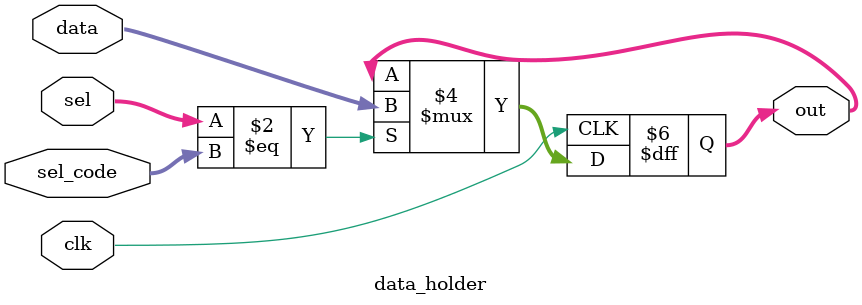
<source format=v>
module data_mux (
    input clk,
    input [1:0] sel,
    input [7:0] in0,
    input [7:0] in1,
    input [7:0] in2,
    input [7:0] in3,
    output [7:0] out
);

    wire [7:0] out0, out1, out2, out3;

    data_holder hold0 (
        .clk(clk),
        .data(in0),
        .out(out0),
        .sel_code(2'b00),
        .sel(sel)
    );

    data_holder hold1 (
        .clk(clk),
        .data(in1),
        .out(out1),
        .sel_code(2'b01),
        .sel(sel)
    );

    data_holder hold2 (
        .clk(clk),
        .data(in2),
        .out(out2),
        .sel_code(2'b10),
        .sel(sel)
    );

    data_holder hold3 (
        .clk(clk),
        .data(in3),
        .out(out3),
        .sel_code(2'b11),
        .sel(sel)
    );

    // Output assignment based on selection
    assign out = (sel == 2'b00) ? out0 :
                 (sel == 2'b01) ? out1 :
                 (sel == 2'b10) ? out2 :
                 out3;

endmodule

// Submodule for holding data
module data_holder (
    input clk,
    input [7:0] data,
    output reg [7:0] out,
    input [1:0] sel_code,
    input [1:0] sel
);

    always @(posedge clk) begin
        if (sel == sel_code) begin
            out <= data; // Load data if selected
        end else begin
            out <= out; // Maintain current data if not selected
        end
    end

endmodule
</source>
